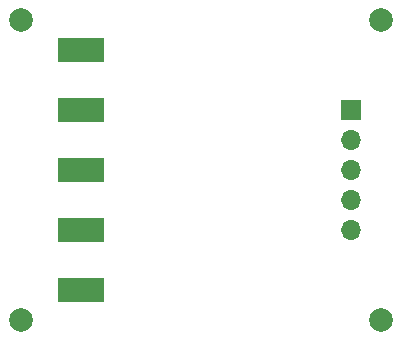
<source format=gts>
%TF.GenerationSoftware,KiCad,Pcbnew,(6.0.5)*%
%TF.CreationDate,2022-05-28T22:26:29+02:00*%
%TF.ProjectId,KitchenWeight,4b697463-6865-46e5-9765-696768742e6b,rev?*%
%TF.SameCoordinates,Original*%
%TF.FileFunction,Soldermask,Top*%
%TF.FilePolarity,Negative*%
%FSLAX46Y46*%
G04 Gerber Fmt 4.6, Leading zero omitted, Abs format (unit mm)*
G04 Created by KiCad (PCBNEW (6.0.5)) date 2022-05-28 22:26:29*
%MOMM*%
%LPD*%
G01*
G04 APERTURE LIST*
%ADD10C,2.000000*%
%ADD11R,4.000000X2.000000*%
%ADD12R,1.700000X1.700000*%
%ADD13O,1.700000X1.700000*%
G04 APERTURE END LIST*
D10*
X91440000Y-53340000D03*
X91440000Y-53340000D03*
X121920000Y-53340000D03*
X121920000Y-53340000D03*
X121920000Y-27940000D03*
X121920000Y-27940000D03*
X91440000Y-27940000D03*
X91440000Y-27940000D03*
D11*
X96520000Y-45720000D03*
X96520000Y-50800000D03*
X96520000Y-30480000D03*
X96520000Y-40640000D03*
X96520000Y-35560000D03*
D12*
X119380000Y-35560000D03*
D13*
X119380000Y-38100000D03*
X119380000Y-40640000D03*
X119380000Y-43180000D03*
X119380000Y-45720000D03*
M02*

</source>
